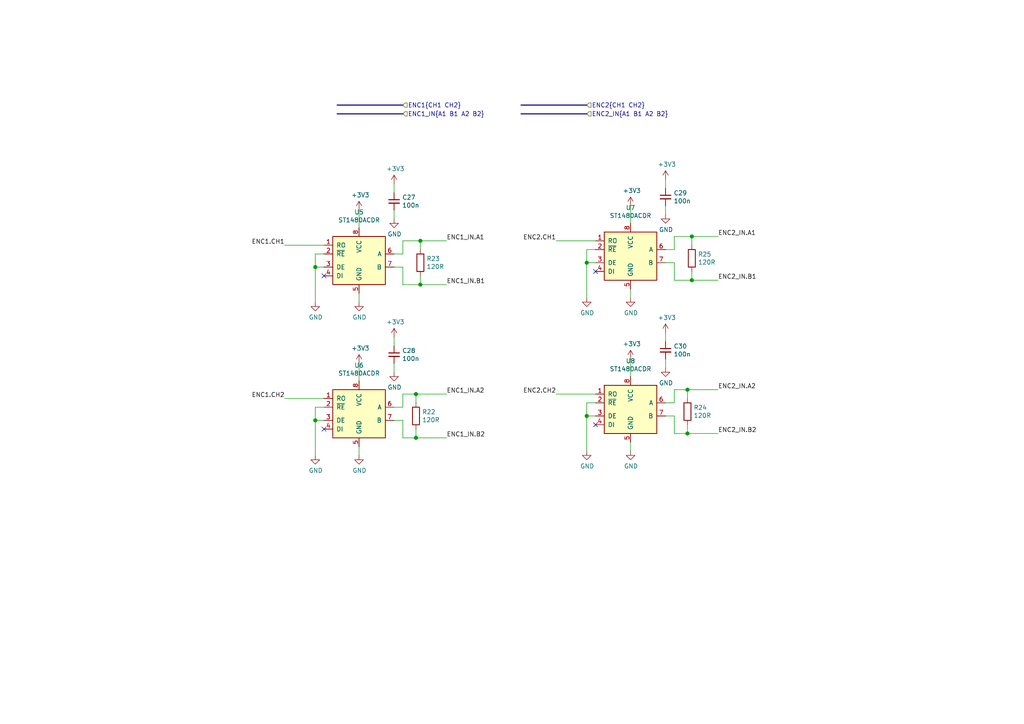
<source format=kicad_sch>
(kicad_sch (version 20210126) (generator eeschema)
  (paper "A4")
  (title_block (title "Uni printer") (date "2020-04-30") (rev "2.0") (company "Kartech") (comment 1 "jaroslaw.karwik@gmail.com"))
  (lib_symbols
    (symbol "Uni_Printer-rescue:C_Small-Device" (pin_numbers hide) (pin_names (offset 0.254) hide)
      (property "Reference" "C" (at 0.254 1.778 0))
      (property "Value" "C_Small-Device" (at 0.254 -2.032 0))
      (symbol "C_Small-Device_0_1"
        (polyline (pts (xy -1.524 -0.508) (xy 1.524 -0.508)) (stroke (width 0.3302)))
        (polyline (pts (xy -1.524 0.508) (xy 1.524 0.508)) (stroke (width 0.3048)))
      )
      (symbol "C_Small-Device_1_1"
        (pin passive line (at 0 2.54 270) (length 2.032) (name "~") (number "1"))
        (pin passive line (at 0 -2.54 90) (length 2.032) (name "~") (number "2"))
      )
    )
    (symbol "Uni_Printer-rescue:GND-power" (power) (pin_names (offset 0))
      (property "Value" "GND-power" (at 0 -3.81 0))
      (symbol "GND-power_0_1"
        (polyline (pts (xy 0 0) (xy 0 -1.27) (xy 1.27 -1.27) (xy 0 -2.54) (xy -1.27 -1.27) (xy 0 -1.27)))
      )
      (symbol "GND-power_1_1"
        (pin power_in line (at 0 0 270) (length 0) hide (name "GND") (number "1"))
      )
    )
    (symbol "Uni_Printer-rescue:R-Device" (pin_numbers hide) (pin_names (offset 0))
      (property "Reference" "R" (at 2.032 0 90))
      (property "Value" "R-Device" (at 0 0 90))
      (symbol "R-Device_0_1"
        (rectangle (start -1.016 -2.54) (end 1.016 2.54) (stroke (width 0.254)))
      )
      (symbol "R-Device_1_1"
        (pin passive line (at 0 3.81 270) (length 1.27) (name "~") (number "1"))
        (pin passive line (at 0 -3.81 90) (length 1.27) (name "~") (number "2"))
      )
    )
    (symbol "Uni_Printer-rescue:ST1480ACDR-Sensor_tank_v1-rescue-Uni_General_v1-rescue-Uni_Printer_v1-rescue" (pin_names (offset 1.016))
      (property "Reference" "U" (at -2.54 10.16 0))
      (property "Value" "ST1480ACDR-Sensor_tank_v1-rescue-Uni_General_v1-rescue-Uni_Printer_v1-rescue" (at -2.54 7.62 0))
      (symbol "ST1480ACDR-Sensor_tank_v1-rescue-Uni_General_v1-rescue-Uni_Printer_v1-rescue_0_1"
        (rectangle (start -7.62 5.08) (end 7.62 -8.89) (stroke (width 0.254)) (fill (type background)))
      )
      (symbol "ST1480ACDR-Sensor_tank_v1-rescue-Uni_General_v1-rescue-Uni_Printer_v1-rescue_1_1"
        (pin output line (at -10.16 2.54 0) (length 2.54) (name "RO") (number "1"))
        (pin input line (at -10.16 0 0) (length 2.54) (name "~RE") (number "2"))
        (pin input line (at -10.16 -3.81 0) (length 2.54) (name "DE") (number "3"))
        (pin input line (at -10.16 -6.35 0) (length 2.54) (name "DI") (number "4"))
        (pin power_in line (at 0 -11.43 90) (length 2.54) (name "GND") (number "5"))
        (pin bidirectional line (at 10.16 0 180) (length 2.54) (name "A") (number "6"))
        (pin bidirectional line (at 10.16 -3.81 180) (length 2.54) (name "B") (number "7"))
        (pin power_in line (at 0 7.62 270) (length 2.54) (name "VCC") (number "8"))
      )
    )
    (symbol "power:+3V3" (power) (pin_names (offset 0))
      (property "Value" "+3V3" (at 0 3.556 0))
      (symbol "+3V3_0_1"
        (polyline (pts (xy -0.762 1.27) (xy 0 2.54)))
        (polyline (pts (xy 0 0) (xy 0 2.54)))
        (polyline (pts (xy 0 2.54) (xy 0.762 1.27)))
      )
      (symbol "+3V3_1_1"
        (pin power_in line (at 0 0 90) (length 0) hide (name "+3V3") (number "1"))
      )
    )
  )
  (junction (at 91.44 77.47) (diameter 1.016))
  (junction (at 91.44 121.92) (diameter 1.016))
  (junction (at 120.65 114.3) (diameter 1.016))
  (junction (at 120.65 127) (diameter 1.016))
  (junction (at 121.92 69.85) (diameter 1.016))
  (junction (at 121.92 82.55) (diameter 1.016))
  (junction (at 170.18 76.2) (diameter 1.016))
  (junction (at 170.18 120.65) (diameter 1.016))
  (junction (at 199.39 113.03) (diameter 1.016))
  (junction (at 199.39 125.73) (diameter 1.016))
  (junction (at 200.66 68.58) (diameter 1.016))
  (junction (at 200.66 81.28) (diameter 1.016))
  (no_connect (at 93.98 80.01))
  (no_connect (at 93.98 124.46))
  (no_connect (at 172.72 78.74))
  (no_connect (at 172.72 123.19))
  (wire (pts (xy 82.55 115.57) (xy 93.98 115.57)))
  (wire (pts (xy 91.44 73.66) (xy 91.44 77.47)))
  (wire (pts (xy 91.44 77.47) (xy 93.98 77.47)))
  (wire (pts (xy 91.44 87.63) (xy 91.44 77.47)))
  (wire (pts (xy 91.44 118.11) (xy 91.44 121.92)))
  (wire (pts (xy 91.44 121.92) (xy 91.44 132.08)))
  (wire (pts (xy 93.98 71.12) (xy 82.55 71.12)))
  (wire (pts (xy 93.98 73.66) (xy 91.44 73.66)))
  (wire (pts (xy 93.98 118.11) (xy 91.44 118.11)))
  (wire (pts (xy 93.98 121.92) (xy 91.44 121.92)))
  (wire (pts (xy 104.14 66.04) (xy 104.14 60.96)))
  (wire (pts (xy 104.14 87.63) (xy 104.14 85.09)))
  (wire (pts (xy 104.14 110.49) (xy 104.14 105.41)))
  (wire (pts (xy 104.14 129.54) (xy 104.14 132.08)))
  (wire (pts (xy 114.3 55.88) (xy 114.3 53.34)))
  (wire (pts (xy 114.3 60.96) (xy 114.3 63.5)))
  (wire (pts (xy 114.3 73.66) (xy 116.84 73.66)))
  (wire (pts (xy 114.3 77.47) (xy 116.84 77.47)))
  (wire (pts (xy 114.3 100.33) (xy 114.3 97.79)))
  (wire (pts (xy 114.3 107.95) (xy 114.3 105.41)))
  (wire (pts (xy 114.3 118.11) (xy 116.84 118.11)))
  (wire (pts (xy 114.3 121.92) (xy 116.84 121.92)))
  (wire (pts (xy 116.84 69.85) (xy 121.92 69.85)))
  (wire (pts (xy 116.84 73.66) (xy 116.84 69.85)))
  (wire (pts (xy 116.84 77.47) (xy 116.84 82.55)))
  (wire (pts (xy 116.84 82.55) (xy 121.92 82.55)))
  (wire (pts (xy 116.84 114.3) (xy 120.65 114.3)))
  (wire (pts (xy 116.84 118.11) (xy 116.84 114.3)))
  (wire (pts (xy 116.84 121.92) (xy 116.84 127)))
  (wire (pts (xy 116.84 127) (xy 120.65 127)))
  (wire (pts (xy 120.65 114.3) (xy 120.65 116.84)))
  (wire (pts (xy 120.65 114.3) (xy 129.54 114.3)))
  (wire (pts (xy 120.65 127) (xy 120.65 124.46)))
  (wire (pts (xy 120.65 127) (xy 129.54 127)))
  (wire (pts (xy 121.92 69.85) (xy 121.92 72.39)))
  (wire (pts (xy 121.92 69.85) (xy 129.54 69.85)))
  (wire (pts (xy 121.92 82.55) (xy 121.92 80.01)))
  (wire (pts (xy 121.92 82.55) (xy 129.54 82.55)))
  (wire (pts (xy 161.29 114.3) (xy 172.72 114.3)))
  (wire (pts (xy 170.18 72.39) (xy 170.18 76.2)))
  (wire (pts (xy 170.18 76.2) (xy 172.72 76.2)))
  (wire (pts (xy 170.18 86.36) (xy 170.18 76.2)))
  (wire (pts (xy 170.18 116.84) (xy 170.18 120.65)))
  (wire (pts (xy 170.18 120.65) (xy 170.18 130.81)))
  (wire (pts (xy 172.72 69.85) (xy 161.29 69.85)))
  (wire (pts (xy 172.72 72.39) (xy 170.18 72.39)))
  (wire (pts (xy 172.72 116.84) (xy 170.18 116.84)))
  (wire (pts (xy 172.72 120.65) (xy 170.18 120.65)))
  (wire (pts (xy 182.88 64.77) (xy 182.88 59.69)))
  (wire (pts (xy 182.88 86.36) (xy 182.88 83.82)))
  (wire (pts (xy 182.88 109.22) (xy 182.88 104.14)))
  (wire (pts (xy 182.88 128.27) (xy 182.88 130.81)))
  (wire (pts (xy 193.04 54.61) (xy 193.04 52.07)))
  (wire (pts (xy 193.04 59.69) (xy 193.04 62.23)))
  (wire (pts (xy 193.04 72.39) (xy 195.58 72.39)))
  (wire (pts (xy 193.04 76.2) (xy 195.58 76.2)))
  (wire (pts (xy 193.04 99.06) (xy 193.04 96.52)))
  (wire (pts (xy 193.04 106.68) (xy 193.04 104.14)))
  (wire (pts (xy 193.04 116.84) (xy 195.58 116.84)))
  (wire (pts (xy 193.04 120.65) (xy 195.58 120.65)))
  (wire (pts (xy 195.58 68.58) (xy 200.66 68.58)))
  (wire (pts (xy 195.58 72.39) (xy 195.58 68.58)))
  (wire (pts (xy 195.58 76.2) (xy 195.58 81.28)))
  (wire (pts (xy 195.58 81.28) (xy 200.66 81.28)))
  (wire (pts (xy 195.58 113.03) (xy 199.39 113.03)))
  (wire (pts (xy 195.58 116.84) (xy 195.58 113.03)))
  (wire (pts (xy 195.58 120.65) (xy 195.58 125.73)))
  (wire (pts (xy 195.58 125.73) (xy 199.39 125.73)))
  (wire (pts (xy 199.39 113.03) (xy 199.39 115.57)))
  (wire (pts (xy 199.39 113.03) (xy 208.28 113.03)))
  (wire (pts (xy 199.39 125.73) (xy 199.39 123.19)))
  (wire (pts (xy 199.39 125.73) (xy 208.28 125.73)))
  (wire (pts (xy 200.66 68.58) (xy 200.66 71.12)))
  (wire (pts (xy 200.66 68.58) (xy 208.28 68.58)))
  (wire (pts (xy 200.66 81.28) (xy 200.66 78.74)))
  (wire (pts (xy 200.66 81.28) (xy 208.28 81.28)))
  (bus (pts (xy 97.79 30.48) (xy 116.84 30.48)))
  (bus (pts (xy 97.79 33.02) (xy 116.84 33.02)))
  (bus (pts (xy 151.13 30.48) (xy 170.18 30.48)))
  (bus (pts (xy 151.13 33.02) (xy 170.18 33.02)))
  (label "ENC1.CH1" (at 82.55 71.12 180))
  (label "ENC1.CH2" (at 82.55 115.57 180))
  (label "ENC1_IN.A1" (at 129.54 69.85 0))
  (label "ENC1_IN.B1" (at 129.54 82.55 0))
  (label "ENC1_IN.A2" (at 129.54 114.3 0))
  (label "ENC1_IN.B2" (at 129.54 127 0))
  (label "ENC2.CH1" (at 161.29 69.85 180))
  (label "ENC2.CH2" (at 161.29 114.3 180))
  (label "ENC2_IN.A1" (at 208.28 68.58 0))
  (label "ENC2_IN.B1" (at 208.28 81.28 0))
  (label "ENC2_IN.A2" (at 208.28 113.03 0))
  (label "ENC2_IN.B2" (at 208.28 125.73 0))
  (hierarchical_label "ENC1{CH1 CH2}" (shape input) (at 116.84 30.48 0))
  (hierarchical_label "ENC1_IN{A1 B1 A2 B2}" (shape input) (at 116.84 33.02 0))
  (hierarchical_label "ENC2{CH1 CH2}" (shape input) (at 170.18 30.48 0))
  (hierarchical_label "ENC2_IN{A1 B1 A2 B2}" (shape input) (at 170.18 33.02 0))
  (symbol (lib_id "power:+3V3") (at 104.14 60.96 0) (unit 1)
    (property "Reference" "#PWR086" (effects hide))
    (property "Value" "+3V3" (at 104.521 56.5658 0))
  )
  (symbol (lib_id "power:+3V3") (at 104.14 105.41 0) (unit 1)
    (property "Reference" "#PWR088" (effects hide))
    (property "Value" "+3V3" (at 104.521 101.0158 0))
  )
  (symbol (lib_id "power:+3V3") (at 114.3 53.34 0) (unit 1)
    (property "Reference" "#PWR090" (effects hide))
    (property "Value" "+3V3" (at 114.681 48.9458 0))
  )
  (symbol (lib_id "power:+3V3") (at 114.3 97.79 0) (unit 1)
    (property "Reference" "#PWR092" (effects hide))
    (property "Value" "+3V3" (at 114.681 93.3958 0))
  )
  (symbol (lib_id "power:+3V3") (at 182.88 59.69 0) (unit 1)
    (property "Reference" "#PWR096" (effects hide))
    (property "Value" "+3V3" (at 183.261 55.2958 0))
  )
  (symbol (lib_id "power:+3V3") (at 182.88 104.14 0) (unit 1)
    (property "Reference" "#PWR098" (effects hide))
    (property "Value" "+3V3" (at 183.261 99.7458 0))
  )
  (symbol (lib_id "power:+3V3") (at 193.04 52.07 0) (unit 1)
    (property "Reference" "#PWR0100" (effects hide))
    (property "Value" "+3V3" (at 193.421 47.6758 0))
  )
  (symbol (lib_id "power:+3V3") (at 193.04 96.52 0) (unit 1)
    (property "Reference" "#PWR0102" (effects hide))
    (property "Value" "+3V3" (at 193.421 92.1258 0))
  )
  (symbol (lib_id "Uni_Printer-rescue:GND-power") (at 91.44 87.63 0) (unit 1)
    (property "Reference" "#PWR084" (effects hide))
    (property "Value" "GND" (at 91.567 92.0242 0))
  )
  (symbol (lib_id "Uni_Printer-rescue:GND-power") (at 91.44 132.08 0) (unit 1)
    (property "Reference" "#PWR085" (effects hide))
    (property "Value" "GND" (at 91.567 136.4742 0))
  )
  (symbol (lib_id "Uni_Printer-rescue:GND-power") (at 104.14 87.63 0) (unit 1)
    (property "Reference" "#PWR087" (effects hide))
    (property "Value" "GND" (at 104.267 92.0242 0))
  )
  (symbol (lib_id "Uni_Printer-rescue:GND-power") (at 104.14 132.08 0) (unit 1)
    (property "Reference" "#PWR089" (effects hide))
    (property "Value" "GND" (at 104.267 136.4742 0))
  )
  (symbol (lib_id "Uni_Printer-rescue:GND-power") (at 114.3 63.5 0) (unit 1)
    (property "Reference" "#PWR091" (effects hide))
    (property "Value" "GND" (at 114.427 67.8942 0))
  )
  (symbol (lib_id "Uni_Printer-rescue:GND-power") (at 114.3 107.95 0) (unit 1)
    (property "Reference" "#PWR093" (effects hide))
    (property "Value" "GND" (at 114.427 112.3442 0))
  )
  (symbol (lib_id "Uni_Printer-rescue:GND-power") (at 170.18 86.36 0) (unit 1)
    (property "Reference" "#PWR094" (effects hide))
    (property "Value" "GND" (at 170.307 90.7542 0))
  )
  (symbol (lib_id "Uni_Printer-rescue:GND-power") (at 170.18 130.81 0) (unit 1)
    (property "Reference" "#PWR095" (effects hide))
    (property "Value" "GND" (at 170.307 135.2042 0))
  )
  (symbol (lib_id "Uni_Printer-rescue:GND-power") (at 182.88 86.36 0) (unit 1)
    (property "Reference" "#PWR097" (effects hide))
    (property "Value" "GND" (at 183.007 90.7542 0))
  )
  (symbol (lib_id "Uni_Printer-rescue:GND-power") (at 182.88 130.81 0) (unit 1)
    (property "Reference" "#PWR099" (effects hide))
    (property "Value" "GND" (at 183.007 135.2042 0))
  )
  (symbol (lib_id "Uni_Printer-rescue:GND-power") (at 193.04 62.23 0) (unit 1)
    (property "Reference" "#PWR0101" (effects hide))
    (property "Value" "GND" (at 193.167 66.6242 0))
  )
  (symbol (lib_id "Uni_Printer-rescue:GND-power") (at 193.04 106.68 0) (unit 1)
    (property "Reference" "#PWR0142" (effects hide))
    (property "Value" "GND" (at 193.167 111.0742 0))
  )
  (symbol (lib_id "Uni_Printer-rescue:R-Device") (at 120.65 120.65 0) (unit 1)
    (property "Reference" "R22" (at 122.428 119.4816 0) (effects (justify left)))
    (property "Value" "120R" (at 122.428 121.793 0) (effects (justify left)))
    (property "Footprint" "Resistor_SMD:R_0603_1608Metric" (effects hide))
  )
  (symbol (lib_id "Uni_Printer-rescue:R-Device") (at 121.92 76.2 0) (unit 1)
    (property "Reference" "R23" (at 123.698 75.0316 0) (effects (justify left)))
    (property "Value" "120R" (at 123.698 77.343 0) (effects (justify left)))
    (property "Footprint" "Resistor_SMD:R_0603_1608Metric" (effects hide))
  )
  (symbol (lib_id "Uni_Printer-rescue:R-Device") (at 199.39 119.38 0) (unit 1)
    (property "Reference" "R24" (at 201.168 118.2116 0) (effects (justify left)))
    (property "Value" "120R" (at 201.168 120.523 0) (effects (justify left)))
    (property "Footprint" "Resistor_SMD:R_0603_1608Metric" (effects hide))
  )
  (symbol (lib_id "Uni_Printer-rescue:R-Device") (at 200.66 74.93 0) (unit 1)
    (property "Reference" "R25" (at 202.438 73.7616 0) (effects (justify left)))
    (property "Value" "120R" (at 202.438 76.073 0) (effects (justify left)))
    (property "Footprint" "Resistor_SMD:R_0603_1608Metric" (effects hide))
  )
  (symbol (lib_id "Uni_Printer-rescue:C_Small-Device") (at 114.3 58.42 0) (unit 1)
    (property "Reference" "C27" (at 116.6368 57.2516 0) (effects (justify left)))
    (property "Value" "100n" (at 116.6368 59.563 0) (effects (justify left)))
    (property "Footprint" "Capacitor_SMD:C_0603_1608Metric" (effects hide))
  )
  (symbol (lib_id "Uni_Printer-rescue:C_Small-Device") (at 114.3 102.87 0) (unit 1)
    (property "Reference" "C28" (at 116.6368 101.7016 0) (effects (justify left)))
    (property "Value" "100n" (at 116.6368 104.013 0) (effects (justify left)))
    (property "Footprint" "Capacitor_SMD:C_0603_1608Metric" (effects hide))
  )
  (symbol (lib_id "Uni_Printer-rescue:C_Small-Device") (at 193.04 57.15 0) (unit 1)
    (property "Reference" "C29" (at 195.3768 55.9816 0) (effects (justify left)))
    (property "Value" "100n" (at 195.3768 58.293 0) (effects (justify left)))
    (property "Footprint" "Capacitor_SMD:C_0603_1608Metric" (effects hide))
  )
  (symbol (lib_id "Uni_Printer-rescue:C_Small-Device") (at 193.04 101.6 0) (unit 1)
    (property "Reference" "C30" (at 195.3768 100.4316 0) (effects (justify left)))
    (property "Value" "100n" (at 195.3768 102.743 0) (effects (justify left)))
    (property "Footprint" "Capacitor_SMD:C_0603_1608Metric" (effects hide))
  )
  (symbol (lib_id "Uni_Printer-rescue:ST1480ACDR-Sensor_tank_v1-rescue-Uni_General_v1-rescue-Uni_Printer_v1-rescue") (at 104.14 73.66 0) (unit 1)
    (property "Reference" "U5" (at 104.14 61.5188 0))
    (property "Value" "ST1480ACDR" (at 104.14 63.8302 0))
    (property "Footprint" "moje:SOIC-8_3.9x4.9mm_P1.27mm" (effects hide))
    (property "TME" "SP3077EEN-L " (effects hide))
    (property "Category" "Driver" (effects hide))
  )
  (symbol (lib_id "Uni_Printer-rescue:ST1480ACDR-Sensor_tank_v1-rescue-Uni_General_v1-rescue-Uni_Printer_v1-rescue") (at 104.14 118.11 0) (unit 1)
    (property "Reference" "U6" (at 104.14 105.9688 0))
    (property "Value" "ST1480ACDR" (at 104.14 108.2802 0))
    (property "Footprint" "moje:SOIC-8_3.9x4.9mm_P1.27mm" (effects hide))
    (property "TME" "SP3077EEN-L " (effects hide))
    (property "Category" "Driver" (effects hide))
  )
  (symbol (lib_id "Uni_Printer-rescue:ST1480ACDR-Sensor_tank_v1-rescue-Uni_General_v1-rescue-Uni_Printer_v1-rescue") (at 182.88 72.39 0) (unit 1)
    (property "Reference" "U7" (at 182.88 60.2488 0))
    (property "Value" "ST1480ACDR" (at 182.88 62.5602 0))
    (property "Footprint" "moje:SOIC-8_3.9x4.9mm_P1.27mm" (effects hide))
    (property "TME" "SP3077EEN-L " (effects hide))
    (property "Category" "Driver" (effects hide))
  )
  (symbol (lib_id "Uni_Printer-rescue:ST1480ACDR-Sensor_tank_v1-rescue-Uni_General_v1-rescue-Uni_Printer_v1-rescue") (at 182.88 116.84 0) (unit 1)
    (property "Reference" "U8" (at 182.88 104.6988 0))
    (property "Value" "ST1480ACDR" (at 182.88 107.0102 0))
    (property "Footprint" "moje:SOIC-8_3.9x4.9mm_P1.27mm" (effects hide))
    (property "TME" "SP3077EEN-L " (effects hide))
    (property "Category" "Driver" (effects hide))
  )
)
</source>
